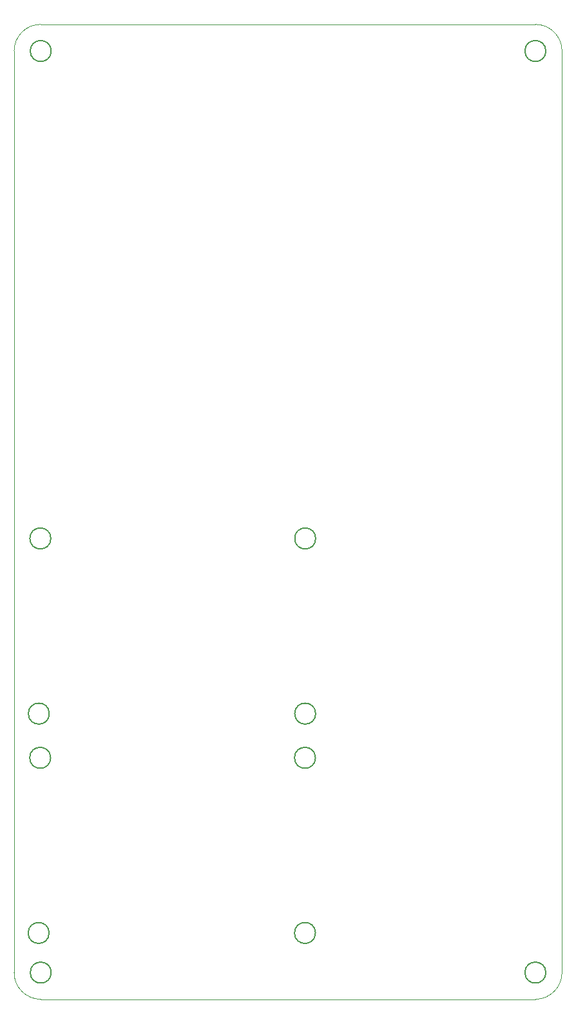
<source format=gbr>
%TF.GenerationSoftware,KiCad,Pcbnew,7.0.7*%
%TF.CreationDate,2025-01-13T16:20:32+01:00*%
%TF.ProjectId,PICO board v4.0,5049434f-2062-46f6-9172-642076342e30,rev?*%
%TF.SameCoordinates,Original*%
%TF.FileFunction,Profile,NP*%
%FSLAX46Y46*%
G04 Gerber Fmt 4.6, Leading zero omitted, Abs format (unit mm)*
G04 Created by KiCad (PCBNEW 7.0.7) date 2025-01-13 16:20:32*
%MOMM*%
%LPD*%
G01*
G04 APERTURE LIST*
%TA.AperFunction,Profile*%
%ADD10C,0.200000*%
%TD*%
%TA.AperFunction,Profile*%
%ADD11C,0.100000*%
%TD*%
G04 APERTURE END LIST*
D10*
X74300000Y-129300000D02*
G75*
G03*
X74300000Y-129300000I-1375000J0D01*
G01*
X74374999Y-157500001D02*
G75*
G03*
X74374999Y-157500001I-1375000J0D01*
G01*
X109100000Y-152300000D02*
G75*
G03*
X109100000Y-152300000I-1375000J0D01*
G01*
D11*
X73000000Y-33000000D02*
X138000000Y-33000000D01*
X69500000Y-157500000D02*
G75*
G03*
X73000000Y-161000000I3500000J0D01*
G01*
D10*
X74125000Y-123500000D02*
G75*
G03*
X74125000Y-123500000I-1375000J0D01*
G01*
D11*
X73000000Y-33000000D02*
G75*
G03*
X69500000Y-36500000I0J-3500000D01*
G01*
X73000000Y-161000000D02*
X137999999Y-160999999D01*
D10*
X109100000Y-129300000D02*
G75*
G03*
X109100000Y-129300000I-1375000J0D01*
G01*
X109125000Y-100500000D02*
G75*
G03*
X109125000Y-100500000I-1375000J0D01*
G01*
D11*
X69500000Y-36500000D02*
X69500000Y-157500000D01*
X141499999Y-36500001D02*
X141499999Y-157499999D01*
X141499999Y-36500001D02*
G75*
G03*
X137999999Y-33000001I-3499999J1D01*
G01*
D10*
X74100000Y-152300000D02*
G75*
G03*
X74100000Y-152300000I-1375000J0D01*
G01*
X74375000Y-36500000D02*
G75*
G03*
X74375000Y-36500000I-1375000J0D01*
G01*
D11*
X137999999Y-160999999D02*
G75*
G03*
X141499999Y-157499999I1J3499999D01*
G01*
D10*
X139375000Y-36500000D02*
G75*
G03*
X139375000Y-36500000I-1375000J0D01*
G01*
X74325000Y-100500000D02*
G75*
G03*
X74325000Y-100500000I-1375000J0D01*
G01*
X109125000Y-123500000D02*
G75*
G03*
X109125000Y-123500000I-1375000J0D01*
G01*
X139375000Y-157500000D02*
G75*
G03*
X139375000Y-157500000I-1375000J0D01*
G01*
M02*

</source>
